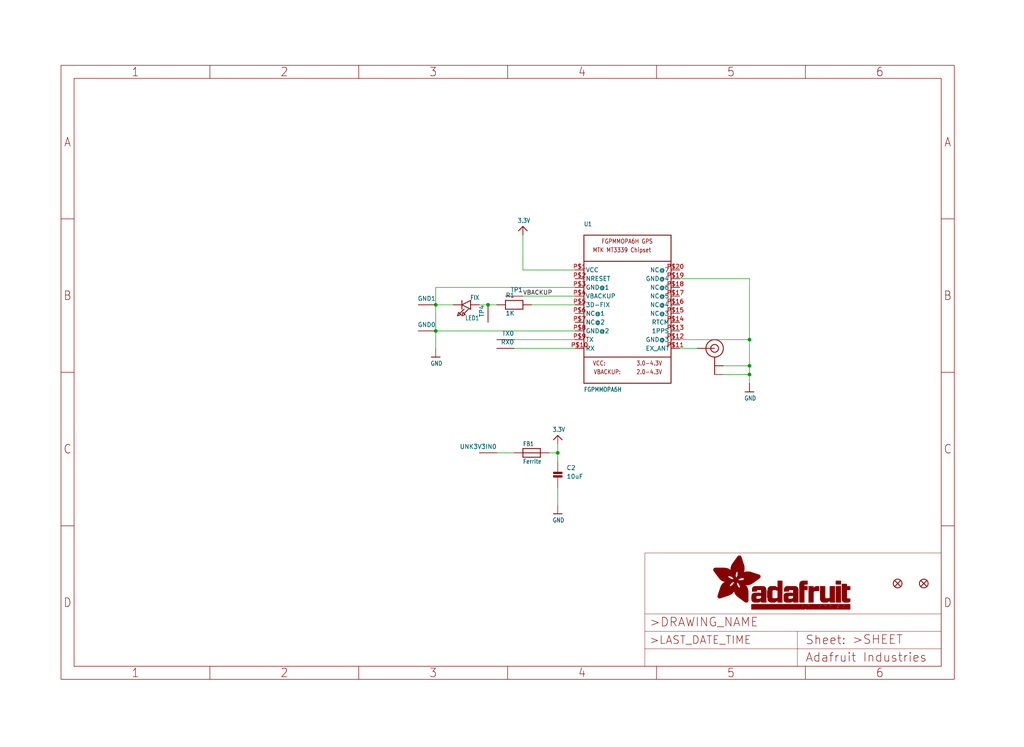
<source format=kicad_sch>
(kicad_sch (version 20211123) (generator eeschema)
  (paper "User" 298.45 217.881)
  (lib_symbols
    (symbol "eagleSchem-eagle-import:3.3V" (power)
      (property "Value" "3.3V" (at -1.524 3.556 0))
      (symbol "3.3V_1_0"
        (pin power_in line (at 0 0 90) (length 2.54) (name "3.3V") (number "1"))
      )
    )
    (symbol "eagleSchem-eagle-import:CAP_CERAMIC0805"
      (property "Reference" "C" (at 2.54 2.54 0))
      (property "Value" "CAP_CERAMIC0805" (at 2.54 0 0))
      (symbol "CAP_CERAMIC0805_1_0"
        (pin passive line (at 0 5.08 270) (length 2.54) (name "P$1") (number "1"))
        (pin passive line (at 0 -2.54 90) (length 2.54) (name "P$2") (number "2"))
      )
    )
    (symbol "eagleSchem-eagle-import:FERRITE0805"
      (property "Reference" "FB" (at -2.54 1.905 0))
      (property "Value" "FERRITE0805" (at -2.54 -3.175 0))
      (symbol "FERRITE0805_1_0"
        (pin bidirectional line (at -5.08 0 0) (length 2.54) (name "P$1") (number "1"))
        (pin bidirectional line (at 5.08 0 180) (length 2.54) (name "P$2") (number "2"))
      )
    )
    (symbol "eagleSchem-eagle-import:FIDUCIAL{dblquote}{dblquote}")
    (symbol "eagleSchem-eagle-import:FRAME_A4_ADAFRUIT"
      (symbol "FRAME_A4_ADAFRUIT_1_0"
        (text "1" (at 21.6958 1.905 0) (effects (font (size 2.54 2.286))))
        (text "1" (at 21.6958 177.165 0) (effects (font (size 2.54 2.286))))
        (text "2" (at 65.0875 1.905 0) (effects (font (size 2.54 2.286))))
        (text "2" (at 65.0875 177.165 0) (effects (font (size 2.54 2.286))))
        (text "3" (at 108.4792 1.905 0) (effects (font (size 2.54 2.286))))
        (text "3" (at 108.4792 177.165 0) (effects (font (size 2.54 2.286))))
        (text "4" (at 151.8708 1.905 0) (effects (font (size 2.54 2.286))))
        (text "4" (at 151.8708 177.165 0) (effects (font (size 2.54 2.286))))
        (text "5" (at 195.2625 1.905 0) (effects (font (size 2.54 2.286))))
        (text "5" (at 195.2625 177.165 0) (effects (font (size 2.54 2.286))))
        (text "6" (at 238.6542 1.905 0) (effects (font (size 2.54 2.286))))
        (text "6" (at 238.6542 177.165 0) (effects (font (size 2.54 2.286))))
        (text ">DRAWING_NAME" (at 171.45 15.24 0) (effects (font (size 2.54 2.54)) (justify left bottom)))
        (text ">LAST_DATE_TIME" (at 171.45 10.16 0) (effects (font (size 2.286 2.286)) (justify left bottom)))
        (text ">SHEET" (at 230.505 10.16 0) (effects (font (size 2.54 2.54)) (justify left bottom)))
        (text "A" (at 1.905 156.6863 0) (effects (font (size 2.54 2.286))))
        (text "A" (at 258.445 156.6863 0) (effects (font (size 2.54 2.286))))
        (text "Adafruit Industries" (at 216.916 4.953 0) (effects (font (size 2.54 2.54)) (justify left bottom)))
        (text "B" (at 1.905 111.9188 0) (effects (font (size 2.54 2.286))))
        (text "B" (at 258.445 111.9188 0) (effects (font (size 2.54 2.286))))
        (text "C" (at 1.905 67.1513 0) (effects (font (size 2.54 2.286))))
        (text "C" (at 258.445 67.1513 0) (effects (font (size 2.54 2.286))))
        (text "D" (at 1.905 22.3838 0) (effects (font (size 2.54 2.286))))
        (text "D" (at 258.445 22.3838 0) (effects (font (size 2.54 2.286))))
        (text "Sheet:" (at 216.916 10.033 0) (effects (font (size 2.54 2.54)) (justify left bottom)))
      )
    )
    (symbol "eagleSchem-eagle-import:GND" (power)
      (property "Value" "GND" (at -1.524 -2.54 0))
      (symbol "GND_1_0"
        (pin power_in line (at 0 2.54 270) (length 2.54) (name "GND") (number "1"))
      )
    )
    (symbol "eagleSchem-eagle-import:GPS_FGPMMOPA6H"
      (property "Reference" "U" (at -12.7 22.86 0))
      (property "Value" "GPS_FGPMMOPA6H" (at -12.7 -25.4 0))
      (symbol "GPS_FGPMMOPA6H_1_0"
        (text "2.0-4.3V" (at 2.54 -20.32 0) (effects (font (size 1.27 1.0795)) (justify left bottom)))
        (text "3.0-4.3V" (at 2.54 -17.78 0) (effects (font (size 1.27 1.0795)) (justify left bottom)))
        (text "FGPMMOPA6H GPS" (at -7.62 17.78 0) (effects (font (size 1.27 1.0795)) (justify left bottom)))
        (text "MTK MT3339 Chipset" (at -10.16 15.24 0) (effects (font (size 1.27 1.0795)) (justify left bottom)))
        (text "VBACKUP:" (at -9.906 -20.32 0) (effects (font (size 1.27 1.0795)) (justify left bottom)))
        (text "VCC:" (at -10.16 -17.78 0) (effects (font (size 1.27 1.0795)) (justify left bottom)))
        (pin bidirectional line (at -15.24 10.16 0) (length 2.54) (name "VCC") (number "P$1"))
        (pin bidirectional line (at -15.24 -12.7 0) (length 2.54) (name "RX") (number "P$10"))
        (pin bidirectional line (at 15.24 -12.7 180) (length 2.54) (name "EX_ANT") (number "P$11"))
        (pin bidirectional line (at 15.24 -10.16 180) (length 2.54) (name "GND@3") (number "P$12"))
        (pin bidirectional line (at 15.24 -7.62 180) (length 2.54) (name "1PPS") (number "P$13"))
        (pin bidirectional line (at 15.24 -5.08 180) (length 2.54) (name "RTCM") (number "P$14"))
        (pin bidirectional line (at 15.24 -2.54 180) (length 2.54) (name "NC@3") (number "P$15"))
        (pin bidirectional line (at 15.24 0 180) (length 2.54) (name "NC@4") (number "P$16"))
        (pin bidirectional line (at 15.24 2.54 180) (length 2.54) (name "NC@5") (number "P$17"))
        (pin bidirectional line (at 15.24 5.08 180) (length 2.54) (name "NC@6") (number "P$18"))
        (pin bidirectional line (at 15.24 7.62 180) (length 2.54) (name "GND@4") (number "P$19"))
        (pin bidirectional line (at -15.24 7.62 0) (length 2.54) (name "NRESET") (number "P$2"))
        (pin bidirectional line (at 15.24 10.16 180) (length 2.54) (name "NC@7") (number "P$20"))
        (pin bidirectional line (at -15.24 5.08 0) (length 2.54) (name "GND@1") (number "P$3"))
        (pin bidirectional line (at -15.24 2.54 0) (length 2.54) (name "VBACKUP") (number "P$4"))
        (pin bidirectional line (at -15.24 0 0) (length 2.54) (name "3D-FIX") (number "P$5"))
        (pin bidirectional line (at -15.24 -2.54 0) (length 2.54) (name "NC@1") (number "P$6"))
        (pin bidirectional line (at -15.24 -5.08 0) (length 2.54) (name "NC@2") (number "P$7"))
        (pin bidirectional line (at -15.24 -7.62 0) (length 2.54) (name "GND@2") (number "P$8"))
        (pin bidirectional line (at -15.24 -10.16 0) (length 2.54) (name "TX") (number "P$9"))
      )
    )
    (symbol "eagleSchem-eagle-import:LED0805"
      (property "Reference" "LED" (at -5.08 3.175 0))
      (property "Value" "LED0805" (at -5.08 -2.794 0))
      (symbol "LED0805_1_0"
        (pin passive line (at -5.08 0 0) (length 2.54) (name "A") (number "A"))
        (pin passive line (at 2.54 0 180) (length 2.54) (name "C") (number "C"))
      )
    )
    (symbol "eagleSchem-eagle-import:RESISTOR0805"
      (property "Reference" "R" (at -2.54 2.032 0))
      (property "Value" "RESISTOR0805" (at -2.54 -3.175 0))
      (symbol "RESISTOR0805_1_0"
        (pin passive line (at -5.08 0 0) (length 2.54) (name "1") (number "1"))
        (pin passive line (at 5.08 0 180) (length 2.54) (name "2") (number "2"))
      )
    )
    (symbol "eagleSchem-eagle-import:SEWTAP-2.0IN"
      (property "Reference" "TP" (at 0 2.54 0))
      (symbol "SEWTAP-2.0IN_1_0"
        (pin bidirectional line (at 0 0 180) (length 5.08) (name "SEW") (number "P$1"))
      )
    )
    (symbol "eagleSchem-eagle-import:U.FL"
      (symbol "U.FL_1_0"
        (pin bidirectional line (at -2.54 -5.08 0) (length 2.54) (name "GND@0") (number "P$1"))
        (pin bidirectional line (at -2.54 -7.62 0) (length 2.54) (name "GND@1") (number "P$2"))
        (pin bidirectional line (at 5.08 0 180) (length 5.08) (name "SIGNAL") (number "P$3"))
      )
    )
  )
  (junction (at 162.56 132.08))
  (junction (at 218.44 109.22))
  (junction (at 127 96.52))
  (junction (at 142.24 88.9))
  (junction (at 218.44 99.06))
  (junction (at 218.44 106.68))
  (junction (at 127 88.9))
  (wire (pts (xy 210.82 109.22) (xy 218.44 109.22)))
  (wire (pts (xy 149.86 101.6) (xy 167.64 101.6)))
  (wire (pts (xy 154.94 88.9) (xy 167.64 88.9)))
  (wire (pts (xy 127 96.52) (xy 127 101.6)))
  (wire (pts (xy 139.7 88.9) (xy 142.24 88.9)))
  (wire (pts (xy 198.12 99.06) (xy 218.44 99.06)))
  (wire (pts (xy 167.64 96.52) (xy 127 96.52)))
  (wire (pts (xy 142.24 88.9) (xy 144.78 88.9)))
  (wire (pts (xy 167.64 83.82) (xy 127 83.82)))
  (wire (pts (xy 127 88.9) (xy 127 96.52)))
  (wire (pts (xy 127 83.82) (xy 127 88.9)))
  (wire (pts (xy 167.64 86.36) (xy 152.4 86.36)))
  (wire (pts (xy 162.56 129.54) (xy 162.56 132.08)))
  (wire (pts (xy 167.64 78.74) (xy 152.4 78.74)))
  (wire (pts (xy 160.02 132.08) (xy 162.56 132.08)))
  (wire (pts (xy 152.4 78.74) (xy 152.4 68.58)))
  (wire (pts (xy 218.44 109.22) (xy 218.44 111.76)))
  (wire (pts (xy 162.56 142.24) (xy 162.56 147.32)))
  (wire (pts (xy 149.86 132.08) (xy 144.78 132.08)))
  (wire (pts (xy 127 88.9) (xy 132.08 88.9)))
  (wire (pts (xy 167.64 99.06) (xy 149.86 99.06)))
  (wire (pts (xy 210.82 106.68) (xy 218.44 106.68)))
  (wire (pts (xy 162.56 132.08) (xy 162.56 134.62)))
  (wire (pts (xy 198.12 101.6) (xy 203.2 101.6)))
  (wire (pts (xy 198.12 81.28) (xy 218.44 81.28)))
  (wire (pts (xy 218.44 81.28) (xy 218.44 99.06)))
  (wire (pts (xy 218.44 106.68) (xy 218.44 109.22)))
  (wire (pts (xy 218.44 99.06) (xy 218.44 106.68)))
  (label "VBACKUP" (at 152.4 86.36 0) (effects (font (size 1.2446 1.2446))))
  (symbol (lib_id "eagleSchem-eagle-import:SEWTAP-2.0IN") (at 149.86 99.06 0) (unit 1)
    (property "Reference" "TX0" (at 149.86 96.52 0) (effects (justify right top)))
    (property "Value" "SEWTAP-2.0IN" (effects hide))
    (property "Footprint" "eagleSchem:SEWINGTAP_2.0" (effects hide))
  )
  (symbol (lib_id "eagleSchem-eagle-import:SEWTAP-2.0IN") (at 127 96.52 0) (unit 1)
    (property "Reference" "GND0" (at 127 93.98 0) (effects (justify right top)))
    (property "Value" "SEWTAP-2.0IN" (effects hide))
    (property "Footprint" "eagleSchem:SEWINGTAP_2.0" (effects hide))
  )
  (symbol (lib_id "eagleSchem-eagle-import:RESISTOR0805") (at 149.86 88.9 0) (unit 1)
    (property "Reference" "R1" (at 147.32 86.868 0) (effects (justify left bottom)))
    (property "Value" "1K" (at 147.32 92.075 0) (effects (justify left bottom)))
    (property "Footprint" "eagleSchem:0805" (effects hide))
  )
  (symbol (lib_id "eagleSchem-eagle-import:LED0805") (at 134.62 88.9 180) (unit 1)
    (property "Reference" "LED1" (at 139.7 92.075 0) (effects (font (size 1.27 1.0795)) (justify left bottom)))
    (property "Value" "FIX" (at 139.7 86.106 0) (effects (font (size 1.27 1.0795)) (justify left bottom)))
    (property "Footprint" "eagleSchem:CHIPLED_0805" (effects hide))
  )
  (symbol (lib_id "eagleSchem-eagle-import:FIDUCIAL{dblquote}{dblquote}") (at 261.62 170.18 0) (unit 1)
    (property "Reference" "FID2" (effects hide))
    (property "Value" "FIDUCIAL{dblquote}{dblquote}" (effects hide))
    (property "Footprint" "eagleSchem:FIDUCIAL_1MM" (effects hide))
  )
  (symbol (lib_id "eagleSchem-eagle-import:GND") (at 127 104.14 0) (unit 1)
    (property "Reference" "#U$2" (effects hide))
    (property "Value" "GND" (at 125.476 106.68 0) (effects (font (size 1.27 1.0795)) (justify left bottom)))
    (property "Footprint" "eagleSchem:" (effects hide))
  )
  (symbol (lib_id "eagleSchem-eagle-import:GND") (at 218.44 114.3 0) (unit 1)
    (property "Reference" "#U$19" (effects hide))
    (property "Value" "GND" (at 216.916 116.84 0) (effects (font (size 1.27 1.0795)) (justify left bottom)))
    (property "Footprint" "eagleSchem:" (effects hide))
  )
  (symbol (lib_id "eagleSchem-eagle-import:SEWTAP-2.0IN") (at 152.4 86.36 0) (unit 1)
    (property "Reference" "TP1" (at 152.4 83.82 0) (effects (justify right top)))
    (property "Value" "SEWTAP-2.0IN" (effects hide))
    (property "Footprint" "eagleSchem:SEWINGTAP_2.0" (effects hide))
  )
  (symbol (lib_id "eagleSchem-eagle-import:SEWTAP-2.0IN") (at 142.24 88.9 90) (unit 1)
    (property "Reference" "TP4" (at 139.7 88.9 0) (effects (justify right top)))
    (property "Value" "SEWTAP-2.0IN" (effects hide))
    (property "Footprint" "eagleSchem:SEWINGTAP_2.0" (effects hide))
  )
  (symbol (lib_id "eagleSchem-eagle-import:3.3V") (at 152.4 68.58 0) (unit 1)
    (property "Reference" "#U$4" (effects hide))
    (property "Value" "3.3V" (at 150.876 65.024 0) (effects (font (size 1.27 1.0795)) (justify left bottom)))
    (property "Footprint" "eagleSchem:" (effects hide))
  )
  (symbol (lib_id "eagleSchem-eagle-import:FRAME_A4_ADAFRUIT") (at 17.78 198.12 0) (unit 1)
    (property "Reference" "#U$1" (effects hide))
    (property "Value" "FRAME_A4_ADAFRUIT" (effects hide))
    (property "Footprint" "eagleSchem:" (effects hide))
  )
  (symbol (lib_id "eagleSchem-eagle-import:CAP_CERAMIC0805") (at 162.56 139.7 0) (unit 1)
    (property "Reference" "C2" (at 165.1 137.16 0) (effects (justify left bottom)))
    (property "Value" "10uF" (at 165.1 139.7 0) (effects (justify left bottom)))
    (property "Footprint" "eagleSchem:0805" (effects hide))
  )
  (symbol (lib_id "eagleSchem-eagle-import:SEWTAP-2.0IN") (at 149.86 101.6 0) (unit 1)
    (property "Reference" "RX0" (at 149.86 99.06 0) (effects (justify right top)))
    (property "Value" "SEWTAP-2.0IN" (effects hide))
    (property "Footprint" "eagleSchem:SEWINGTAP_2.0" (effects hide))
  )
  (symbol (lib_id "eagleSchem-eagle-import:3.3V") (at 162.56 129.54 0) (unit 1)
    (property "Reference" "#U$3" (effects hide))
    (property "Value" "3.3V" (at 161.036 125.984 0) (effects (font (size 1.27 1.0795)) (justify left bottom)))
    (property "Footprint" "eagleSchem:" (effects hide))
  )
  (symbol (lib_id "eagleSchem-eagle-import:FIDUCIAL{dblquote}{dblquote}") (at 269.24 170.18 0) (unit 1)
    (property "Reference" "FID1" (effects hide))
    (property "Value" "FIDUCIAL{dblquote}{dblquote}" (effects hide))
    (property "Footprint" "eagleSchem:FIDUCIAL_1MM" (effects hide))
  )
  (symbol (lib_id "eagleSchem-eagle-import:FERRITE0805") (at 154.94 132.08 0) (unit 1)
    (property "Reference" "FB1" (at 152.4 130.175 0) (effects (font (size 1.27 1.0795)) (justify left bottom)))
    (property "Value" "Ferrite" (at 152.4 135.255 0) (effects (font (size 1.27 1.0795)) (justify left bottom)))
    (property "Footprint" "eagleSchem:0805" (effects hide))
  )
  (symbol (lib_id "eagleSchem-eagle-import:GND") (at 162.56 149.86 0) (unit 1)
    (property "Reference" "#U$5" (effects hide))
    (property "Value" "GND" (at 161.036 152.4 0) (effects (font (size 1.27 1.0795)) (justify left bottom)))
    (property "Footprint" "eagleSchem:" (effects hide))
  )
  (symbol (lib_id "eagleSchem-eagle-import:U.FL") (at 208.28 101.6 0) (mirror y) (unit 1)
    (property "Reference" "U$20" (effects hide))
    (property "Value" "U.FL" (effects hide))
    (property "Footprint" "eagleSchem:U.FL" (effects hide))
  )
  (symbol (lib_id "eagleSchem-eagle-import:SEWTAP-2.0IN") (at 127 88.9 0) (unit 1)
    (property "Reference" "GND1" (at 127 86.36 0) (effects (justify right top)))
    (property "Value" "SEWTAP-2.0IN" (effects hide))
    (property "Footprint" "eagleSchem:SEWINGTAP_2.0" (effects hide))
  )
  (symbol (lib_id "eagleSchem-eagle-import:SEWTAP-2.0IN") (at 144.78 132.08 0) (unit 1)
    (property "Reference" "UNK3V3IN0" (at 144.78 129.54 0) (effects (justify right top)))
    (property "Value" "SEWTAP-2.0IN" (effects hide))
    (property "Footprint" "eagleSchem:SEWINGTAP_2.0" (effects hide))
  )
  (symbol (lib_id "eagleSchem-eagle-import:GPS_FGPMMOPA6H") (at 182.88 88.9 0) (unit 1)
    (property "Reference" "U1" (at 170.18 66.04 0) (effects (font (size 1.27 1.0795)) (justify left bottom)))
    (property "Value" "FGPMMOPA6H" (at 170.18 114.3 0) (effects (font (size 1.27 1.0795)) (justify left bottom)))
    (property "Footprint" "eagleSchem:FGPMMOPA6H" (effects hide))
  )
)
</source>
